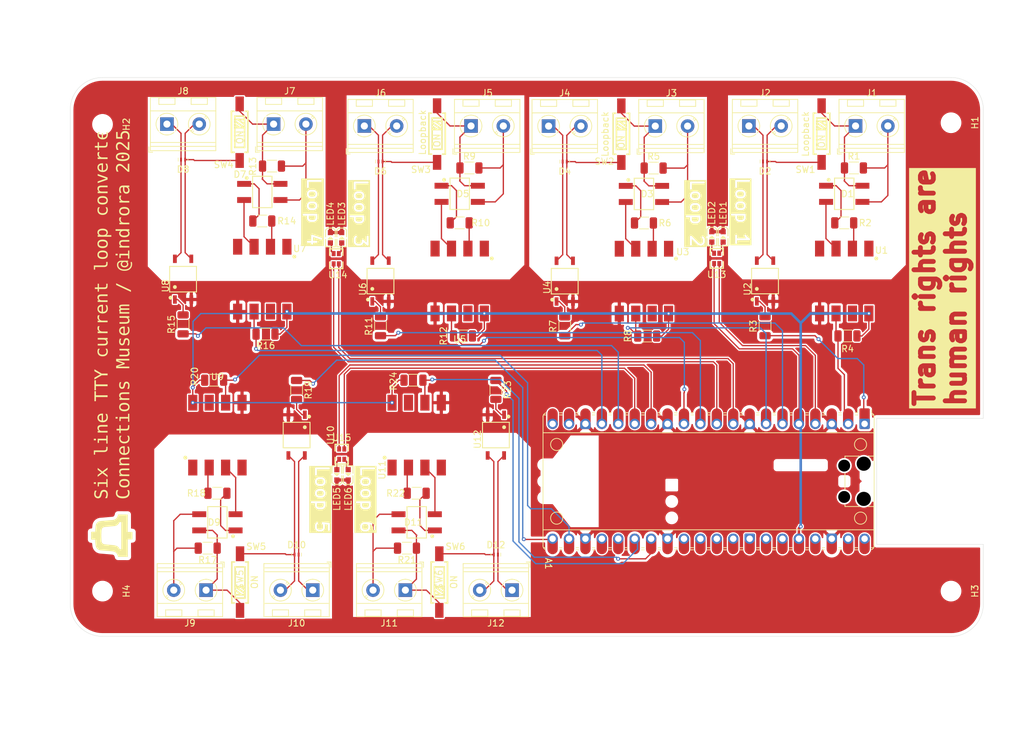
<source format=kicad_pcb>
(kicad_pcb (version 20240108) (generator "pcbnew") (generator_version "8.0")
  (layers (0 "F.Cu" signal) (31 "B.Cu" signal) (34 "B.Paste" user) (35 "F.Paste" user) (36 "B.SilkS" user "B.Silkscreen") (37 "F.SilkS" user "F.Silkscreen") (38 "B.Mask" user) (39 "F.Mask" user) (44 "Edge.Cuts" user))
  (net 0 "")
  (net 1 "ACT1")
  (net 6 "GND")
  (net 9 "VCC")
  (net 10 "ACT5")
  (net 13 "ACT4")
  (net 17 "ACT3")
  (net 21 "ACT2")
  (net 22 "ACT6")
  (net 23 "Net-(J1-Pin_2)")
  (net 24 "Net-(D1-+)")
  (net 25 "Net-(J1-Pin_1)")
  (net 26 "Net-(D1--)")
  (net 27 "Net-(D2-A)")
  (net 28 "Net-(D2-C)")
  (net 29 "Net-(J3-Pin_1)")
  (net 30 "Net-(J3-Pin_2)")
  (net 31 "Net-(D3-+)")
  (net 32 "Net-(D3--)")
  (net 33 "Net-(D4-C)")
  (net 34 "Net-(D4-A)")
  (net 35 "Net-(D5-+)")
  (net 36 "Net-(D5--)")
  (net 37 "Net-(J5-Pin_2)")
  (net 38 "Net-(J5-Pin_1)")
  (net 39 "Net-(D8-C)")
  (net 40 "Net-(D8-A)")
  (net 41 "Net-(J9-Pin_2)")
  (net 42 "Net-(J9-Pin_1)")
  (net 43 "Net-(D9--)")
  (net 44 "Net-(D9-+)")
  (net 45 "Net-(D10-A)")
  (net 46 "Net-(D10-C)")
  (net 47 "Net-(J11-Pin_2)")
  (net 48 "Net-(D11-+)")
  (net 49 "Net-(D11--)")
  (net 50 "Net-(J11-Pin_1)")
  (net 51 "Net-(D12-C)")
  (net 52 "Net-(D12-A)")
  (net 53 "Net-(LED1-A)")
  (net 54 "Net-(LED2-A)")
  (net 55 "Net-(LED3-A)")
  (net 56 "Net-(LED4-A)")
  (net 57 "Net-(LED5-A)")
  (net 58 "Net-(LED6-A)")
  (net 59 "Net-(U1-VF+)")
  (net 60 "Net-(U3-VF+)")
  (net 61 "Net-(R7-Pad2)")
  (net 62 "Net-(U5-VF+)")
  (net 63 "Net-(U9-VF+)")
  (net 64 "Net-(R19-Pad2)")
  (net 65 "Net-(U11-VF+)")
  (net 66 "Net-(R23-Pad2)")
  (net 82 "/Loop5/TO_LOOP")
  (net 83 "/Loop5/FROM_LOOP")
  (net 84 "/Loop4/FROM_LOOP")
  (net 85 "/Loop6/TO_LOOP")
  (net 86 "/Loop3/TO_LOOP")
  (net 87 "/Loop6/FROM_LOOP")
  (net 88 "/Loop2/FROM_LOOP")
  (net 89 "/Loop1/FROM_LOOP")
  (net 90 "/Loop1/TO_LOOP")
  (net 91 "/Loop4/TO_LOOP")
  (net 92 "/Loop3/FROM_LOOP")
  (net 93 "/Loop2/TO_LOOP")
  (net 94 "Net-(D6-A)")
  (net 95 "Net-(D6-C)")
  (net 96 "Net-(J7-Pin_1)")
  (net 97 "Net-(J7-Pin_2)")
  (net 98 "Net-(D7--)")
  (net 99 "Net-(D7-+)")
  (net 100 "Net-(R3-Pad2)")
  (net 101 "Net-(R11-Pad2)")
  (net 102 "Net-(U7-VF+)")
  (net 103 "Net-(R15-Pad2)")
  (footprint "TerminalBlock_RND:TerminalBlock_RND_205-00045_1x02_P5.00mm_Horizontal" (layer "F.Cu") (at 238.23 43)
    (property "Reference" "J2")
    (property "Value" "To Loop")
  )
  (footprint "Resistor_SMD:R_1206_3216Metric" (layer "F.Cu") (at 186.845 99.85 180)
    (property "Reference" "R22")
    (property "Value" "470")
  )
  (footprint "TerminalBlock_RND:TerminalBlock_RND_205-00045_1x02_P5.00mm_Horizontal" (layer "F.Cu") (at 185.095 114.85 180)
    (property "Reference" "J11")
    (property "Value" "From Loop")
  )
  (footprint "Resistor_SMD:R_1206_3216Metric" (layer "F.Cu") (at 222 58.02)
    (property "Reference" "R6")
    (property "Value" "470")
  )
  (footprint "local:SOD-882_L1.0-W0.6-BI" (layer "F.Cu") (at 168.27 109.35)
    (property "Reference" "D10")
    (property "Value" "H5VL10B")
  )
  (footprint "local:LED0603-RD" (layer "F.Cu") (at 175.25 60.3 -90)
    (property "Reference" "LED3")
    (property "Value" "KT-0603R")
  )
  (footprint "Resistor_SMD:R_1206_3216Metric" (layer "F.Cu") (at 194 75.5)
    (property "Reference" "R12")
    (property "Value" "4.7K")
  )
  (footprint "TerminalBlock_RND:TerminalBlock_RND_205-00045_1x02_P5.00mm_Horizontal" (layer "F.Cu") (at 170.77 114.85 180)
    (property "Reference" "J10")
    (property "Value" "To Loop")
  )
  (footprint "local:LED0603-RD" (layer "F.Cu") (at 176.25 97 90)
    (property "Reference" "LED6")
    (property "Value" "KT-0603R")
  )
  (footprint "local:SOD-882_L1.0-W0.6-BI" (layer "F.Cu") (at 240.73 48.5 180)
    (property "Reference" "D2")
    (property "Value" "H5VL10B")
  )
  (footprint "TerminalBlock_RND:TerminalBlock_RND_205-00045_1x02_P5.00mm_Horizontal" (layer "F.Cu") (at 195.25 43)
    (property "Reference" "J5")
    (property "Value" "From Loop")
  )
  (footprint "local:MBF_L4.8-W3.9-P2.50-LS6.7-TR" (layer "F.Cu") (at 162.9625 53.2125 90)
    (property "Reference" "D7")
    (property "Value" "MB10FH5G0NP")
  )
  (footprint "local:OPTO-SMD-8P_L9.6-W6.5-P2.54-LS10.0-BL" (layer "F.Cu") (at 222 67.02 180)
    (property "Reference" "U3")
    (property "Value" "6N139SDM")
  )
  (footprint "MountingHole:MountingHole_2.7mm_M2.5" (layer "F.Cu") (at 138.25 42.75 -90)
    (property "Reference" "H2")
    (property "Value" "MountingHole")
  )
  (footprint "local:MBF_L4.8-W3.9-P2.50-LS6.7-TR" (layer "F.Cu") (at 222 53.52 90)
    (property "Reference" "D3")
    (property "Value" "MB10FH5G0NP")
  )
  (footprint "Resistor_SMD:R_1206_3216Metric" (layer "F.Cu") (at 156.02 99.85 180)
    (property "Reference" "R18")
    (property "Value" "470")
  )
  (footprint "local:RES-ARRAY-SMD_0603-4P-L1.6-W1.6-BL" (layer "F.Cu") (at 175.25 93.8)
    (property "Reference" "U15")
    (property "Value" "YC162-FR-072K4L")
  )
  (footprint "local:LED0603-RD" (layer "F.Cu") (at 174.5 97 90)
    (property "Reference" "LED5")
    (property "Value" "KT-0603R")
  )
  (footprint "Resistor_SMD:R_1206_3216Metric" (layer "F.Cu") (at 181.25 74 90)
    (property "Reference" "R11")
    (property "Value" "470")
  )
  (footprint "Resistor_SMD:R_1206_3216Metric" (layer "F.Cu") (at 253.48 75.5)
    (property "Reference" "R4")
    (property "Value" "4.7K")
  )
  (footprint "local:SW-SMD_DSIC01LSGET" (layer "F.Cu") (at 249.48 44.25 180)
    (property "Reference" "SW1")
    (property "Value" "Loopback")
  )
  (footprint "local:SW-SMD_DSIC01LSGET" (layer "F.Cu") (at 159.4625 43.9625 180)
    (property "Reference" "SW4")
    (property "Value" "Loopback")
  )
  (footprint "Resistor_SMD:R_1206_3216Metric" (layer "F.Cu") (at 163.4625 75.2125)
    (property "Reference" "R16")
    (property "Value" "4.7K")
  )
  (footprint "local:RES-ARRAY-SMD_0603-4P-L1.6-W1.6-BL" (layer "F.Cu") (at 174.4 63.55 180)
    (property "Reference" "U14")
    (property "Value" "YC162-FR-072K4L")
  )
  (footprint "local:OPTO-SMD-8P_L9.6-W6.5-P2.54-LS10.0-BL" (layer "F.Cu") (at 156.02 90.85)
    (property "Reference" "U9")
    (property "Value" "6N139SDM")
  )
  (footprint "TerminalBlock_RND:TerminalBlock_RND_205-00045_1x02_P5.00mm_Horizontal" (layer "F.Cu") (at 254.73 43)
    (property "Reference" "J1")
    (property "Value" "From Loop")
  )
  (footprint "TerminalBlock_RND:TerminalBlock_RND_205-00045_1x02_P5.00mm_Horizontal" (layer "F.Cu") (at 148.2125 42.7125)
    (property "Reference" "J8")
    (property "Value" "To Loop")
  )
  (footprint "Resistor_SMD:R_1206_3216Metric" (layer "F.Cu") (at 186.345 82.35 180)
    (property "Reference" "R24")
    (property "Value" "4.7K")
  )
  (footprint "local:MBF_L4.8-W3.9-P2.50-LS6.7-TR" (layer "F.Cu") (at 252.98 53.5 90)
    (property "Reference" "D1")
    (property "Value" "MB10FH5G0NP")
  )
  (footprint "local:OPTO-SMD-8P_L9.6-W6.5-P2.54-LS10.0-BL" (layer "F.Cu") (at 162.9625 66.7125 180)
    (property "Reference" "U7")
    (property "Value" "6N139SDM")
  )
  (footprint "Resistor_SMD:R_1206_3216Metric" (layer "F.Cu") (at 222.5 75.52)
    (property "Reference" "R8")
    (property "Value" "4.7K")
  )
  (footprint "local:RES-ARRAY-SMD_0603-4P-L1.6-W1.6-BL" (layer "F.Cu") (at 233.25 63.5 180)
    (property "Reference" "U13")
    (property "Value" "YC162-FR-072K4L")
  )
  (footprint "Resistor_SMD:R_1206_3216Metric" (layer "F.Cu") (at 223.5 49.52)
    (property "Reference" "R5")
    (property "Value" "150R 2W")
  )
  (footprint "Resistor_SMD:R_1206_3216Metric" (layer "F.Cu") (at 209.75 74.02 90)
    (property "Reference" "R7")
    (property "Value" "470")
  )
  (footprint "TerminalBlock_RND:TerminalBlock_RND_205-00045_1x02_P5.00mm_Horizontal" (layer "F.Cu") (at 164.7125 42.7125)
    (property "Reference" "J7")
    (property "Value" "From Loop")
  )
  (footprint "MountingHole:MountingHole_2.7mm_M2.5" (layer "F.Cu") (at 269.5 42.5 -90)
    (property "Reference" "H1")
    (property "Value" "MountingHole")
  )
  (footprint "local:SOP-4_L4.4-W4.0-P2.54-LS7.0-TL" (layer "F.Cu") (at 150.7125 66.7125 90)
    (property "Reference" "U8")
    (property "Value" "GAQY211G2S")
  )
  (footprint "local:OPTO-SMD-8P_L9.6-W6.5-P2.54-LS10.0-BL" (layer "F.Cu") (at 193.5 67 180)
    (property "Reference" "U5")
    (property "Value" "6N139SDM")
  )
  (footprint "local:SOP-4_L4.4-W4.0-P2.54-LS7.0-TL" (layer "F.Cu") (at 209.75 67.02 90)
    (property "Reference" "U4")
    (property "Value" "GAQY211G2S")
  )
  (footprint "local:SW-SMD_DSIC01LSGET" (layer "F.Cu") (at 218.5 44.27 180)
    (property "Reference" "SW2")
    (property "Value" "Loopback")
  )
  (footprint "Resistor_SMD:R_1206_3216Metric" (layer "F.Cu") (at 199.095 83.85 -90)
    (property "Reference" "R23")
    (property "Value" "470")
  )
  (footprint "Resistor_SMD:R_1206_3216Metric" (layer "F.Cu") (at 155.52 82.35 180)
    (property "Reference" "R20")
    (property "Value" "4.7K")
  )
  (footprint "local:SOP-4_L4.4-W4.0-P2.54-LS7.0-TL" (layer "F.Cu") (at 181.25 67 90)
    (property "Reference" "U6")
    (property "Value" "GAQY211G2S")
  )
  (footprint "local:SOP-4_L4.4-W4.0-P2.54-LS7.0-TL" (layer "F.Cu") (at 168.27 90.85 -90)
    (property "Reference" "U10")
    (property "Value" "GAQY211G2S")
  )
  (footprint "local:OPTO-SMD-8P_L9.6-W6.5-P2.54-LS10.0-BL" (layer "F.Cu") (at 252.98 67 180)
    (property "Reference" "U1")
    (property "Value" "6N139SDM")
  )
  (footprint "Resistor_SMD:R_1206_3216Metric" (layer "F.Cu") (at 252.98 58)
    (property "Reference" "R2")
    (property "Value" "470")
  )
  (footprint "local:MBF_L4.8-W3.9-P2.50-LS6.7-TR" (layer "F.Cu") (at 156.02 104.35 -90)
    (property "Reference" "D9")
    (property "Value" "MB10FH5G0NP")
  )
  (footprint "local:SW-SMD_DSIC01LSGET" (layer "F.Cu") (at 190 44.25 180)
    (property "Reference" "SW3")
    (property "Value" "Loopback")
  )
  (footprint "Resistor_SMD:R_1206_3216Metric" (layer "F.Cu") (at 150.7125 73.7125 90)
    (property "Reference" "R15")
    (property "Value" "470")
  )
  (footprint "Resistor_SMD:R_1206_3216Metric" (layer "F.Cu") (at 154.52 108.35 180)
    (property "Reference" "R17")
    (property "Value" "150R 2W")
  )
  (footprint "Resistor_SMD:R_1206_3216Metric" (layer "F.Cu") (at 195 49.5)
    (property "Reference" "R9")
    (property "Value" "150R 2W")
  )
  (footprint "local:SW-SMD_DSIC01LSGET" (layer "F.Cu") (at 159.52 113.6)
    (property "Reference" "SW5")
    (property "Value" "Loopback")
  )
  (footprint "MountingHole:MountingHole_2.7mm_M2.5" (layer "F.Cu") (at 138.25 115 -90)
    (property "Reference" "H4")
    (property "Value" "MountingHole")
  )
  (footprint "TerminalBlock_RND:TerminalBlock_RND_205-00045_1x02_P5.00mm_Horizontal" (layer "F.Cu") (at 154.27 114.85 180)
    (property "Reference" "J9")
    (property "Value" "From Loop")
  )
  (footprint "Resistor_SMD:R_1206_3216Metric" (layer "F.Cu") (at 193.5 58)
    (property "Reference" "R10")
    (property "Value" "470")
  )
  (footprint "TerminalBlock_RND:TerminalBlock_RND_205-00045_1x02_P5.00mm_Horizontal" (layer "F.Cu") (at 201.595 114.85 180)
    (property "Reference" "J12")
    (property "Value" "To Loop")
  )
  (footprint "local:LED0603-RD" (layer "F.Cu") (at 173.5 60.3 -90)
    (property "Reference" "LED4")
    (property "Value" "KT-0603R")
  )
  (footprint "Resistor_SMD:R_1206_3216Metric" (layer "F.Cu") (at 240.73 74 90)
    (property "Reference" "R3")
    (property "Value" "470")
  )
  (footprint "Resistor_SMD:R_1206_3216Metric" (layer "F.Cu") (at 162.9625 57.7125)
    (property "Reference" "R14")
    (property "Value" "470")
  )
  (footprint "local:SOD-882_L1.0-W0.6-BI" (layer "F.Cu") (at 209.75 48.52 180)
    (property "Reference" "D4")
    (property "Value" "H5VL10B")
  )
  (footprint "Resistor_SMD:R_1206_3216Metric" (layer "F.Cu") (at 164.4625 49.2125)
    (property "Reference" "R13")
    (property "Value" "150R 2W")
  )
  (footprint "local:SOP-4_L4.4-W4.0-P2.54-LS7.0-TL" (layer "F.Cu") (at 199.095 90.85 -90)
    (property "Reference" "U12")
    (property "Value" "GAQY211G2S")
  )
  (footprint "Resistor_SMD:R_1206_3216Metric" (layer "F.Cu") (at 254.48 49.5)
    (property "Reference" "R1")
    (property "Value" "150R 2W")
  )
  (footprint "local:SW-SMD_DSIC01LSGET" (layer "F.Cu") (at 190.345 113.6)
    (property "Reference" "SW6")
    (property "Value" "Loopback")
  )
  (footprint "local:LED0603-RD" (layer "F.Cu") (at 234.25 60.17 -90)
    (property "Reference" "LED1")
    (property "Value" "KT-0603R")
  )
  (footprint "local:SOD-882_L1.0-W0.6-BI" (layer "F.Cu") (at 199.095 109.35)
    (property "Reference" "D12")
    (property "Value" "H5VL10B")
  )
  (footprint "local:OPTO-SMD-8P_L9.6-W6.5-P2.54-LS10.0-BL" (layer "F.Cu") (at 186.845 90.85)
    (property "Reference" "U11")
    (property "Value" "6N139SDM")
  )
  (footprint "Resistor_SMD:R_1206_3216Metric" (layer "F.Cu") (at 185.345 108.35 180)
    (property "Reference" "R21")
    (property "Value" "150R 2W")
  )
  (footprint "local:MBF_L4.8-W3.9-P2.50-LS6.7-TR" (layer "F.Cu") (at 186.845 104.35 -90)
    (property "Reference" "D11")
    (property "Value" "MB10FH5G0NP")
  )
  (footprint "TerminalBlock_RND:TerminalBlock_RND_205-00045_1x02_P5.00mm_Horizontal" (layer "F.Cu") (at 207.25 43.02)
    (property "Reference" "J4")
    (property "Value" "To Loop")
  )
  (footprint "MountingHole:MountingHole_2.7mm_M2.5" (layer "F.Cu") (at 269.5 115 -90)
    (property "Reference" "H3")
    (property "Value" "MountingHole")
  )
  (footprint "local:LED0603-RD" (layer "F.Cu") (at 232.5 60.17 -90)
    (property "Reference" "LED2")
    (property "Value" "KT-0603R")
  )
  (footprint "local:SOD-882_L1.0-W0.6-BI" (layer "F.Cu") (at 150.7125 48.2125 180)
    (property "Reference" "D8")
    (property "Value" "H5VL10B")
  )
  (footprint "local:SOD-882_L1.0-W0.6-BI" (layer "F.Cu") (at 181.25 48.5 180)
    (property "Reference" "D6")
    (property "Value" "H5VL10B")
  )
  (footprint "local:SOP-4_L4.4-W4.0-P2.54-LS7.0-TL" (layer "F.Cu") (at 240.73 67 90)
    (property "Reference" "U2")
    (property "Value" "GAQY211G2S")
  )
  (footprint "Resistor_SMD:R_1206_3216Metric" (layer "F.Cu") (at 168.27 83.85 -90)
    (property "Reference" "R19")
    (property "Value" "470")
  )
  (footprint "Module_RaspberryPi_Pico:RaspberryPi_Pico_Common" (layer "F.Cu") (at 232 98 -90)
    (property "Reference" "A1")
    (property "Value" "RaspberryPi_Pico")
  )
  (footprint "local:MBF_L4.8-W3.9-P2.50-LS6.7-TR" (layer "F.Cu") (at 193.5 53.5 90)
    (property "Reference" "D5")
    (property "Value" "MB10FH5G0NP")
  )
  (footprint "TerminalBlock_RND:TerminalBlock_RND_205-00045_1x02_P5.00mm_Horizontal" (layer "F.Cu") (at 223.75 43.02)
    (property "Reference" "J3")
    (property "Value" "From Loop")
  )
  (footprint "TerminalBlock_RND:TerminalBlock_RND_205-00045_1x02_P5.00mm_Horizontal" (layer "F.Cu") (at 178.75 43)
    (property "Reference" "J6")
    (property "Value" "To Loop")
  )
  (gr_poly (pts (xy 142.167348 103.138471) (xy 142.167348 103.141214) (xy 140.674213 103.138471)) (stroke (width -0.000001)) (fill solid) (layer "F.SilkS"))
  (gr_poly (pts (xy 137.568415 104.292542) (xy 137.573554 104.289197) (xy 137.564736 104.295026)) (stroke (width -0.000001)) (fill solid) (layer "F.SilkS"))
  (gr_poly (pts (xy 137.557393 104.29988) (xy 137.564736 104.295026) (xy 137.557547 104.29988) (xy 137.547604 104.306838)) (stroke (width -0.000001)) (fill solid) (layer "F.SilkS"))
  (gr_poly (pts (xy 137.579321 104.285384) (xy 137.590488 104.278412) (xy 137.60179 104.271628) (xy 137.590536 104.278412) (xy 137.579412 104.285384) (xy 137.573554 104.289197)) (stroke (width -0.000001)) (fill solid) (layer "F.SilkS"))
  (gr_poly (pts (xy 137.455854 104.382326) (xy 137.475081 104.364615) (xy 137.494849 104.347483) (xy 137.515157 104.330962) (xy 137.536005 104.315083) (xy 137.54617 104.307858) (xy 137.536198 104.315083) (xy 137.525716 104.32294) (xy 137.515363 104.330961) (xy 137.495042 104.347483) (xy 137.475236 104.364615) (xy 137.455944 104.382326) (xy 137.437167 104.400583)) (stroke (width -0.000001)) (fill solid) (layer "F.SilkS"))
  (gr_poly (pts (xy 137.126999 105.805371) (xy 137.135273 105.588145) (xy 137.149978 105.333107) (xy 137.168284 105.085786) (xy 137.177903 104.979247) (xy 137.187361 104.89171) (xy 137.192692 104.853157) (xy 137.199397 104.81569) (xy 137.207437 104.779299) (xy 137.216771 104.743978) (xy 137.227358 104.709717) (xy 137.23916 104.67651) (xy 137.252135 104.644347) (xy 137.266244 104.613222) (xy 137.281445 104.583125) (xy 137.2977 104.55405) (xy 137.314967 104.525987) (xy 137.333208 104.498929) (xy 137.35238 104.472867) (xy 137.372445 104.447795) (xy 137.393362 104.423703) (xy 137.415091 104.400583) (xy 137.433868 104.382326) (xy 137.45316 104.364615) (xy 137.472966 104.347483) (xy 137.493287 104.330961) (xy 137.50364 104.32294) (xy 137.514122 104.315083) (xy 137.524732 104.307395) (xy 137.535471 104.29988) (xy 137.546339 104.292542) (xy 137.557336 104.285384) (xy 137.568461 104.278412) (xy 137.579714 104.271628) (xy 137.602023 104.258637) (xy 137.624685 104.24641) (xy 137.64767 104.234938) (xy 137.670943 104.224213) (xy 137.694474 104.214229) (xy 137.718229 104.204975) (xy 137.742178 104.196445) (xy 137.766287 104.188631) (xy 137.790525 104.181524) (xy 137.81486 104.175116) (xy 137.839259 104.169399) (xy 137.86369 104.164366) (xy 137.88812 104.160008) (xy 137.912519 104.156317) (xy 137.936854 104.153285) (xy 137.961092 104.150904) (xy 139.75 104) (xy 139.822634 103.99608) (xy 139.891413 103.987611) (xy 139.956434 103.974901) (xy 140.017798 103.958254) (xy 140.075602 103.937979) (xy 140.129947 103.91438) (xy 140.18093 103.887766) (xy 140.228652 103.858441) (xy 140.27321 103.826713) (xy 140.314705 103.792888) (xy 140.353234 103.757272) (xy 140.388897 103.720172) (xy 140.421793 103.681895) (xy 140.452021 103.642747) (xy 140.479679 103.603033) (xy 140.504868 103.563062) (xy 140.548229 103.483571) (xy 140.582898 103.406724) (xy 140.609665 103.334973) (xy 140.629321 103.27077) (xy 140.64266 103.216567) (xy 140.650473 103.174815) (xy 140.653551 103.147966) (xy 140.652686 103.138471) (xy 142.145272 103.141215) (xy 142.14829 105.846527) (xy 142.880865 105.846527) (xy 142.880865 106.99066) (xy 142.14829 106.996147) (xy 142.164752 109.698716) (xy 141.152319 109.696879) (xy 141.152319 108.527145) (xy 141.152319 104.312784) (xy 140.891664 104.31004) (xy 140.866829 104.36126) (xy 140.841667 104.409518) (xy 140.816191 104.454908) (xy 140.790413 104.497525) (xy 140.764347 104.53746) (xy 140.738004 104.574808) (xy 140.711397 104.609663) (xy 140.684539 104.642117) (xy 140.657442 104.672264) (xy 140.630119 104.700197) (xy 140.602582 104.726011) (xy 140.574845 104.749797) (xy 140.546918 104.771651) (xy 140.518816 104.791665) (xy 140.490551 104.809932) (xy 140.462134 104.826547) (xy 140.43358 104.841602) (xy 140.404899 104.855191) (xy 140.376106 104.867408) (xy 140.347212 104.878345) (xy 140.289172 104.896757) (xy 140.230881 104.911173) (xy 140.172439 104.922343) (xy 140.113946 104.931012) (xy 139.99721 104.943841) (xy 138.61986 105.072796) (xy 138.587286 105.075055) (xy 138.55592 105.078713) (xy 138.525745 105.083724) (xy 138.496746 105.09004) (xy 138.468909 105.097615) (xy 138.442219 105.1064) (xy 138.416659 105.116348) (xy 138.392217 105.127413) (xy 138.368875 105.139547) (xy 138.34662 105.152703) (xy 138.325435 105.166833) (xy 138.305307 105.181891) (xy 138.28622 105.197829) (xy 138.268158 105.2146) (xy 138.251107 105.232157) (xy 138.235053 105.250452) (xy 138.219978 105.269438) (xy 138.20587 105.289069) (xy 138.192712 105.309297) (xy 138.180489 105.330074) (xy 138.169187 105.351353) (xy 138.15879 105.373088) (xy 138.140651 105.417734) (xy 138.125953 105.463633) (xy 138.114575 105.510409) (xy 138.106396 105.557684) (xy 138.101296 105.605079) (xy 138.086891 105.808757) (xy 138.076602 106.012178) (xy 138.070429 106.215085) (xy 138.068371 106.417221) (xy 138.070429 106.620899) (xy 138.076602 106.824321) (xy 138.086891 107.027228) (xy 138.101296 107.229363) (xy 138.103412 107.273382) (xy 138.108836 107.31773) (xy 138.117724 107.36203) (xy 138.130234 107.405905) (xy 138.146521 107.448975) (xy 138.156131 107.470091) (xy 138.166743 107.490864) (xy 138.178379 107.511247) (xy 138.191057 107.531193) (xy 138.204797 107.550655) (xy 138.219619 107.569585) (xy 138.235542 107.587936) (xy 138.252586 107.605662) (xy 138.27077 107.622714) (xy 138.290115 107.639046) (xy 138.310638 107.65461) (xy 138.332362 107.66936) (xy 138.355304 107.683247) (xy 138.379484 107.696225) (xy 138.404922 107.708246) (xy 138.431638 107.719264) (xy 138.459651 107.729231) (xy 138.488981 107.738099) (xy 138.519647 107.745822) (xy 138.551669 107.752352) (xy 138.585067 107.757643) (xy 138.61986 107.761646) (xy 139.978004 107.887857) (xy 140.052578 107.896442) (xy 140.123069 107.907666) (xy 140.189591 107.921337) (xy 140.252259 107.937266) (xy 140.311185 107.95526) (xy 140.366482 107.975128) (xy 140.418266 107.996681) (xy 140.466648 108.019727) (xy 140.511744 108.044076) (xy 140.553665 108.069535) (xy 140.592527 108.095915) (xy 140.628442 108.123024) (xy 140.661524 108.150672) (xy 140.691887 108.178668) (xy 140.744909 108.234938) (xy 140.788418 108.290308) (xy 140.823321 108.343251) (xy 140.850527 108.392239) (xy 140.870945 108.435745) (xy 140.902914 108.524401) (xy 141.152319 108.527145) (xy 141.152319 109.696879) (xy 140.652686 109.695973) (xy 140.640575 109.636866) (xy 140.626816 109.580404) (xy 140.611471 109.52653) (xy 140.594599 109.475188) (xy 140.576262 109.426323) (xy 140.55652 109.379876) (xy 140.535436 109.335793) (xy 140.513069 109.294017) (xy 140.48948 109.254491) (xy 140.464732 109.21716) (xy 140.438883 109.181968) (xy 140.411996 109.148857) (xy 140.384132 109.117771) (xy 140.35535 109.088655) (xy 140.325713 109.061453) (xy 140.295281 109.036107) (xy 140.264116 109.012561) (xy 140.232277 108.99076) (xy 140.199826 108.970647) (xy 140.166824 108.952166) (xy 140.099411 108.919873) (xy 140.030525 108.893433) (xy 139.960653 108.872394) (xy 139.890283 108.856307) (xy 139.819903 108.844721) (xy 139.75 108.837187) (xy 137.961091 108.686282) (xy 137.917717 108.682241) (xy 137.875566 108.676335) (xy 137.83464 108.668625) (xy 137.794941 108.659177) (xy 137.756469 108.648052) (xy 137.719226 108.635315) (xy 137.683215 108.621029) (xy 137.648435 108.605256) (xy 137.61489 108.588061) (xy 137.58258 108.569506) (xy 137.551507 108.549655) (xy 137.521672 108.528571) (xy 137.493077 108.506318) (xy 137.465724 108.482958) (xy 137.439613 108.458555) (xy 137.414747 108.433173) (xy 137.391127 108.406874) (xy 137.368754 108.379723) (xy 137.327757 108.323113) (xy 137.291768 108.263851) (xy 137.260799 108.202443) (xy 137.234861 108.139395) (xy 137.213968 108.075214) (xy 137.19813 108.010405) (xy 137.187361 107.945476) (xy 137.158991 107.698921) (xy 137.140461 107.497863) (xy 137.129775 107.338411) (xy 137.124941 107.216674) (xy 137.124255 107.029072) (xy 136.482224 107.020841) (xy 136.482224 105.813602)) (stroke (width -0.000001)) (fill solid) (layer "F.SilkS"))
  (gr_poly (pts (xy 137.546808 104.307395) (xy 137.547604 104.306838) (xy 137.54617 104.307858)) (stroke (width -0.000001)) (fill solid) (layer "F.SilkS"))
  (gr_line (start 274.5 107.75) (end 274.5 117) (stroke (width 0.05)) (layer "Edge.Cuts"))
  (gr_arc (start 133.25 40.5) (mid 134.714466 36.964466) (end 138.25 35.5) (stroke (width 0.05)) (layer "Edge.Cuts"))
  (gr_line (start 138.25 35.5) (end 269.5 35.5) (stroke (width 0.05)) (layer "Edge.Cuts"))
  (gr_line (start 274.5 88.25) (end 258.5 88.25) (stroke (width 0.05)) (layer "Edge.Cuts"))
  (gr_line (start 133.25 117) (end 133.25 40.5) (stroke (width 0.05)) (layer "Edge.Cuts"))
  (gr_arc (start 274.5 117) (mid 273.035534 120.535534) (end 269.5 122) (stroke (width 0.05)) (layer "Edge.Cuts"))
  (gr_line (start 258 107.75) (end 274.5 107.75) (stroke (width 0.05)) (layer "Edge.Cuts"))
  (gr_line (start 258 88.25) (end 258 107.75) (stroke (width 0.05)) (layer "Edge.Cuts"))
  (gr_arc (start 269.5 35.5) (mid 273.035534 36.964466) (end 274.5 40.5) (stroke (width 0.05)) (layer "Edge.Cuts"))
  (gr_arc (start 138.25 122) (mid 134.714466 120.535534) (end 133.25 117) (stroke (width 0.05)) (layer "Edge.Cuts"))
  (gr_line (start 274.5 40.5) (end 274.5 88.25) (stroke (width 0.05)) (layer "Edge.Cuts"))
  (gr_line (start 258.5 88.25) (end 258 88.25) (stroke (width 0.05)) (layer "Edge.Cuts"))
  (gr_line (start 269.5 122) (end 138.25 122) (stroke (width 0.05)) (layer "Edge.Cuts"))
  (gr_text "Six line TTY current loop converter\nConnections Museum / @indrora 2025" (at 142.733935 100.826547 90) (layer "F.SilkS") (effects (font (size 2 2) (thickness 0.25)) (justify left bottom)))
  (gr_text " Loop 6" (at 178 100 -90) (layer "F.SilkS" knockout) (effects (font (size 2 2) (thickness 0.3)) (justify bottom)))
  (gr_text " Loop 4" (at 169.75 55.5 -90) (layer "F.SilkS" knockout) (effects (font (size 2 2) (thickness 0.3)) (justify bottom)))
  (gr_text " Loop 3" (at 177 55.75 -90) (layer "F.SilkS" knockout) (effects (font (size 2 2) (thickness 0.3)) (justify bottom)))
  (gr_text " Loop 5" (at 171 100 -90) (layer "F.SilkS" knockout) (effects (font (size 2 2) (thickness 0.3)) (justify bottom)))
  (gr_text " Loop 1 " (at 236 56.25 -90) (layer "F.SilkS" knockout) (effects (font (size 2 2) (thickness 0.3)) (justify bottom)))
  (gr_text " Loop 2" (at 229 55.75 -90) (layer "F.SilkS" knockout) (effects (font (size 2 2) (thickness 0.3)) (justify bottom)))
  (gr_text "Trans rights are\nhuman rights" (at 272 86.75 90) (layer "F.SilkS" knockout) (effects (font (size 3 3) (thickness 0.75) (bold yes)) (justify left bottom)))
  (segment (start 237.25 77) (end 247 77) (width 0.2) (layer "F.Cu") (net 1))
  (segment (start 247 77) (end 248.51 78.51) (width 0.2) (layer "F.Cu") (net 1))
  (segment (start 233.65 73.4) (end 237.25 77) (width 0.2) (layer "F.Cu") (net 1))
  (segment (start 248.51 78.51) (end 248.51 89.11) (width 0.2) (layer "F.Cu") (net 1))
  (segment (start 233.65 64.3) (end 233.65 73.4) (width 0.2) (layer "F.Cu") (net 1))
  (segment (start 152.21 85.83) (end 152.21 83.5) (width 0.2) (layer "F.Cu") (net 9))
  (segment (start 225.81 74.46) (end 224.75 75.52) (width 0.2) (layer "F.Cu") (net 9))
  (segment (start 255.73 75.5) (end 254.9425 75.5) (width 0.2) (layer "F.Cu") (net 9))
  (segment (start 152.21 83.41) (end 153.27 82.35) (width 0.2) (layer "F.Cu") (net 9))
  (segment (start 197.31 74.44) (end 196.25 75.5) (width 0.2) (layer "F.Cu") (net 9))
  (segment (start 256.79 72.02) (end 256.79 74.44) (width 0.2) (layer "F.Cu") (net 9))
  (segment (start 183.035 83.41) (end 184.095 82.35) (width 0.2) (layer "F.Cu") (net 9))
  (segment (start 152.21 83.5) (end 152.21 83.41) (width 0.2) (layer "F.Cu") (net 9))
  (segment (start 196.25 75.5) (end 195.4625 75.5) (width 0.2) (layer "F.Cu") (net 9))
  (segment (start 166.7725 74.1525) (end 165.7125 75.2125) (width 0.2) (layer "F.Cu") (net 9))
  (segment (start 166.7725 71.7325) (end 166.7725 74.1525) (width 0.2) (layer "F.Cu") (net 9))
  (segment (start 197.31 72.02) (end 197.31 74.44) (width 0.2) (layer "F.Cu") (net 9))
  (segment (start 224.75 75.52) (end 223.9625 75.52) (width 0.2) (layer "F.Cu") (net 9))
  (segment (start 245.97 106.89) (end 245.97 105.28) (width 0.4) (layer "F.Cu") (net 9))
  (segment (start 183.035 85.83) (end 183.035 83.41) (width 0.2) (layer "F.Cu") (net 9))
  (segment (start 165.7125 75.2125) (end 164.925 75.2125) (width 0.2) (layer "F.Cu") (net 9))
  (segment (start 184.095 82.35) (end 184.8825 82.35) (width 0.2) (layer "F.Cu") (net 9))
  (segment (start 256.79 74.44) (end 255.73 75.5) (width 0.2) (layer "F.Cu") (net 9))
  (segment (start 245.97 105.28) (end 246.25 105) (width 0.4) (layer "F.Cu") (net 9))
  (segment (start 153.27 82.35) (end 154.0575 82.35) (width 0.2) (layer "F.Cu") (net 9))
  (segment (start 225.81 72.04) (end 225.81 74.46) (width 0.2) (layer "F.Cu") (net 9))
  (via (at 197.31 72.02) (size 0.6) (drill 0.3) (layers "F.Cu" "B.Cu") (net 9))
  (via (at 152.21 83.5) (size 0.6) (drill 0.3) (layers "F.Cu" "B.Cu") (net 9))
  (via (at 256.79 72.02) (size 0.6) (drill 0.3) (layers "F.Cu" "B.Cu") (net 9))
  (via (at 225.81 72.04) (size 0.6) (drill 0.3) (layers "F.Cu" "B.Cu") (net 9))
  (via (at 183.035 85.83) (size 0.6) (drill 0.3) (layers "F.Cu" "B.Cu") (net 9))
  (via (at 246.25 105) (size 0.6) (drill 0.3) (layers "F.Cu" "B.Cu") (net 9))
  (via (at 166.7725 71.7325) (size 0.6) (drill 0.3) (layers "F.Cu" "B.Cu") (net 9))
  (via (at 152.21 85.83) (size 0.6) (drill 0.3) (layers "F.Cu" "B.Cu") (net 9))
  (segment (start 153.46 72.04) (end 152.25 73.25) (width 0.2) (layer "B.Cu") (net 9))
  (segment (start 197.33 72.04) (end 197.31 72.02) (width 0.2) (layer "B.Cu") (net 9))
  (segment (start 152.25 73.25) (end 152.25 83.46) (width 0.2) (layer "B.Cu") (net 9))
  (segment (start 226.98 72.02) (end 197.75 72.02) (width 0.4) (layer "B.Cu") (net 9))
  (segment (start 152.21 85.83) (end 183.035 85.83) (width 0.2) (layer "B.Cu") (net 9))
  (segment (start 197.75 72.02) (end 197.31 72.02) (width 0.4) (layer "B.Cu") (net 9))
  (segment (start 167.08 72.04) (end 166.7725 71.7325) (width 0.2) (layer "B.Cu") (net 9))
  (segment (start 167.5 72.04) (end 167.08 72.04) (width 0.2) (layer "B.Cu") (net 9))
  (segment (start 227 72.04) (end 225.81 72.04) (width 0.4) (layer "B.Cu") (net 9))
  (segment (start 246.25 73.5) (end 247.73 72.02) (width 0.4) (layer "B.Cu") (net 9))
  (segment (start 246.25 73.5) (end 244.79 72.04) (width 0.4) (layer "B.Cu") (net 9))
  (segment (start 197.75 72.02) (end 167.06 72.02) (width 0.4) (layer "B.Cu") (net 9))
  (segment (start 244.79 72.04) (end 227 72.04) (width 0.4) (layer "B.Cu") (net 9))
  (segment (start 167.5 72.04) (end 153.46 72.04) (width 0.2) (layer "B.Cu") (net 9))
  (segment (start 247.73 72.02) (end 256.79 72.02) (width 0.4) (layer "B.Cu") (net 9))
  (segment (start 198.25 72.04) (end 197.33 72.04) (width 0.2) (layer "B.Cu") (net 9))
  (segment (start 167.06 72.02) (end 166.7725 71.7325) (width 0.4) (layer "B.Cu") (net 9))
  (segment (start 246.25 105) (end 246.25 73.5) (width 0.4) (layer "B.Cu") (net 9))
  (segment (start 227 72.04) (end 226.98 72.02) (width 0.4) (layer "B.Cu") (net 9))
  (segment (start 152.25 83.46) (end 152.21 83.5) (width 0.2) (layer "B.Cu") (net 9))
  (segment (start 176.5 80) (end 222 80) (width 0.2) (layer "F.Cu") (net 10))
  (segment (start 223.11 81.11) (end 223.11 89.11) (width 0.2) (layer "F.Cu") (net 10))
  (segment (start 174.85 81.65) (end 176.5 80) (width 0.2) (layer "F.Cu") (net 10))
  (segment (start 174.85 93) (end 174.85 81.65) (width 0.2) (layer "F.Cu") (net 10))
  (segment (start 222 80) (end 223.11 81.11) (width 0.2) (layer "F.Cu") (net 10))
  (segment (start 176.25 79.5) (end 232.75 79.5) (width 0.2) (layer "F.Cu") (net 13))
  (segment (start 233.27 80.02) (end 233.27 89.11) (width 0.2) (layer "F.Cu") (net 13))
  (segment (start 232.75 79.5) (end 233.27 80.02) (width 0.2) (layer "F.Cu") (net 13))
  (segment (start 174 77.25) (end 176.25 79.5) (width 0.2) (layer "F.Cu") (net 13))
  (segment (start 174 64.35) (end 174 77.25) (width 0.2) (layer "F.Cu") (net 13))
  (segment (start 174.8 77.3) (end 176.5 79) (width 0.2) (layer "F.Cu") (net 17))
  (segment (start 235.81 79.81) (end 235.81 89.11) (width 0.2) (layer "F.Cu") (net 17))
  (segment (start 176.5 79) (end 235 79) (width 0.2) (layer "F.Cu") (net 17))
  (segment (start 235 79) (end 235.81 79.81) (width 0.2) (layer "F.Cu") (net 17))
  (segment (start 174.8 77.3) (end 174.8 64.35) (width 0.2) (layer "F.Cu") (net 17))
  (segment (start 246 78.5) (end 246 89.08) (width 0.2) (layer "F.Cu") (net 21))
  (segment (start 232.85 64.3) (end 232.85 73.6) (width 0.2) (layer "F.Cu") (net 21))
  (segment (start 245 77.5) (end 246 78.5) (width 0.2) (layer "F.Cu") (net 21))
  (segment (start 232.85 73.6) (end 236.75 77.5) (width 0.2) (layer "F.Cu") (net 21))
  (segment (start 236.75 77.5) (end 245 77.5) (width 0.2) (layer "F.Cu") (net 21))
  (segment (start 219 80.5) (end 176.565686 80.5) (width 0.2) (layer "F.Cu") (net 22))
  (segment (start 176.565686 80.5) (end 175.65 81.415686) (width 0.2) (layer "F.Cu") (net 22))
  (segment (start 175.65 81.415686) (end 175.65 93) (width 0.2) (layer "F.Cu") (net 22))
  (segment (start 220.57 82.07) (end 219 80.5) (width 0.2) (layer "F.Cu") (net 22))
  (segment (start 220.57 89.11) (end 220.57 82.07) (width 0.2) (layer "F.Cu") (net 22))
  (segment (start 259.23 49.5) (end 259.73 49) (width 0.2) (layer "F.Cu") (net 23))
  (segment (start 258.73 54.75) (end 255.79 54.75) (width 0.2) (layer "F.Cu") (net 23))
  (segment (start 255.9425 49.5) (end 259.23 49.5) (width 0.2) (layer "F.Cu") (net 23))
  (segment (start 259.73 53.75) (end 258.73 54.75) (width 0.2) (layer "F.Cu") (net 23))
  (segment (start 259.73 43) (end 259.73 49) (width 0.2) (layer "F.Cu") (net 23))
  (segment (start 259.73 49) (end 259.73 53.75) (width 0.2) (layer "F.Cu") (net 23))
  (segment (start 250.17 52.25) (end 251.73 52.25) (width 0.2) (layer "F.Cu") (net 24))
  (segment (start 252.48 57.0375) (end 251.5175 58) (width 0.2) (layer "F.Cu") (net 24))
  (segment (start 252.48 53) (end 252.48 57.0375) (width 0.2) (layer "F.Cu") (net 24))
  (segment (start 251.73 52.25) (end 252.48 53) (width 0.2) (layer "F.Cu") (net 24))
  (segment (start 253.0175 51.4625) (end 253.0175 49.5) (width 0.2) (layer "F.Cu") (net 25))
  (segment (start 251.48 43) (end 254.73 43) (width 0.2) (layer "F.Cu") (net 25))
  (segment (start 249.48 39.62) (end 249.48 41) (width 0.2) (layer "F.Cu") (net 25))
  (segment (start 253.0175 44.7125) (end 254.73 43) (width 0.2) (layer "F.Cu") (net 25))
  (segment (start 255.79 52.25) (end 253.73 52.25) (width 0.2) (layer "F.Cu") (net 25))
  (segment (start 252.98 51.5) (end 253.0175 51.4625) (width 0.2) (layer "F.Cu") (net 25))
  (segment (start 249.48 41) (end 251.48 43) (width 0.2) (layer "F.Cu") (net 25))
  (segment (start 253.73 52.25) (end 252.98 51.5) (width 0.2) (layer "F.Cu") (net 25))
  (segment (start 253.0175 49.5) (end 253.0175 44.7125) (width 0.2) (layer "F.Cu") (net 25))
  (segment (start 250.155 54.765) (end 250.155 60.425) (width 0.2) (layer "F.Cu") (net 26))
  (segment (start 250.155 60.425) (end 251.71 61.98) (width 0.2) (layer "F.Cu") (net 26))
  (segment (start 240.41 62.9) (end 239.46 63.85) (width 0.2) (layer "F.Cu") (net 27))
  (segment (start 238.98 43) (end 240.41 44.43) (width 0.2) (layer "F.Cu") (net 27))
  (segment (start 240.41 48.5) (end 240.41 62.9) (width 0.2) (layer "F.Cu") (net 27))
  (segment (start 240.41 44.43) (end 240.41 48.5) (width 0.2) (layer "F.Cu") (net 27))
  (segment (start 242.35 48.5) (end 242.48 48.63) (width 0.2) (layer "F.Cu") (net 28))
  (segment (start 241.05 48.5) (end 241.05 62.9) (width 0.2) (layer "F.Cu") (net 28))
  (segment (start 241.05 48.5) (end 242.35 48.5) (width 0.2) (layer "F.Cu") (net 28))
  (segment (start 242.48 48.63) (end 249.48 48.63) (width 0.2) (layer "F.Cu") (net 28))
  (segment (start 241.05 44.43) (end 241.05 48.5) (width 0.2) (layer "F.Cu") (net 28))
  (segment (start 241.05 62.9) (end 242 63.85) (width 0.2) (layer "F.Cu") (net 28))
  (segment (start 242.48 43) (end 241.05 44.43) (width 0.2) (layer "F.Cu") (net 28))
  (segment (start 218.5 41.02) (end 220.5 43.02) (width 0.2) (layer "F.Cu") (net 29))
  (segment (start 222.0375 44.7325) (end 223.75 43.02) (width 0.2) (layer "F.Cu") (net 29))
  (segment (start 222.0375 51.4825) (end 222.0375 49.52) (width 0.2) (layer "F.Cu") (net 29))
  (segment (start 222.0375 49.52) (end 222.0375 44.7325) (width 0.2) (layer "F.Cu") (net 29))
  (segment (start 218.5 39.64) (end 218.5 41.02) (width 0.2) (layer "F.Cu") (net 29))
  (segment (start 222 51.52) (end 222.0375 51.4825) (width 0.2) (layer "F.Cu") (net 29))
  (segment (start 224.81 52.27) (end 222.75 52.27) (width 0.2) (layer "F.Cu") (net 29))
  (segment (start 222.75 52.27) (end 222 51.52) (width 0.2) (layer "F.Cu") (net 29))
  (segment (start 220.5 43.02) (end 223.75 43.02) (width 0.2) (layer "F.Cu") (net 29))
  (segment (start 228.25 49.52) (end 228.75 49.02) (width 0.2) (layer "F.Cu") (net 30))
  (segment (start 228.75 53.77) (end 227.75 54.77) (width 0.2) (layer "F.Cu") (net 30))
  (segment (start 228.75 49.02) (end 228.75 53.77) (width 0.2) (layer "F.Cu") (net 30))
  (segment (start 227.75 54.77) (end 224.81 54.77) (width 0.2) (layer "F.Cu") (net 30))
  (segment (start 224.9625 49.52) (end 228.25 49.52) (width 0.2) (layer "F.Cu") (net 30))
  (segment (start 228.75 43.02) (end 228.75 49.02) (width 0.2) (layer "F.Cu") (net 30))
  (segment (start 220.75 52.27) (end 221.5 53.02) (width 0.2) (layer "F.Cu") (net 31))
  (segment (start 219.19 52.27) (end 220.75 52.27) (width 0.2) (layer "F.Cu") (net 31))
  (segment (start 221.5 53.02) (end 221.5 57.0575) (width 0.2) (layer "F.Cu") (net 31))
  (segment (start 221.5 57.0575) (end 220.5375 58.02) (width 0.2) (layer "F.Cu") (net 31))
  (segment (start 219.175 60.445) (end 220.73 62) (width 0.2) (layer "F.Cu") (net 32))
  (segment (start 219.175 54.785) (end 219.175 60.445) (width 0.2) (layer "F.Cu") (net 32))
  (segment (start 211.37 48.52) (end 211.5 48.65) (width 0.2) (layer "F.Cu") (net 33))
  (segment (start 211.5 43.02) (end 210.07 44.45) (width 0.2) (layer "F.Cu") (net 33))
  (segment (start 211.5 48.65) (end 218.5 48.65) (width 0.2) (layer "F.Cu") (net 33))
  (segment (start 210.07 62.92) (end 211.02 63.87) (width 0.2) (layer "F.Cu") (net 33))
  (segment (start 210.07 48.52) (end 210.07 62.92) (width 0.2) (layer "F.Cu") (net 33))
  (segment (start 210.07 48.52) (end 211.37 48.52) (width 0.2) (layer "F.Cu") (net 33))
  (segment (start 210.07 44.45) (end 210.07 48.52) (width 0.2) (layer "F.Cu") (net 33))
  (segment (start 209.43 48.52) (end 209.43 62.92) (width 0.2) (layer "F.Cu") (net 34))
  (segment (start 209.43 44.45) (end 209.43 48.52) (width 0.2) (layer "F.Cu") (net 34))
  (segment (start 209.43 62.92) (end 208.48 63.87) (width 0.2) (layer "F.Cu") (net 34))
  (segment (start 208 43.02) (end 209.43 44.45) (width 0.2) (layer "F.Cu") (net 34))
  (segment (start 193 53) (end 193 57.0375) (width 0.2) (layer "F.Cu") (net 35))
  (segment (start 193 57.0375) (end 192.0375 58) (width 0.2) (layer "F.Cu") (net 35))
  (segment (start 190.69 52.25) (end 192.25 52.25) (width 0.2) (layer "F.Cu") (net 35))
  (segment (start 192.25 52.25) (end 193 53) (width 0.2) (layer "F.Cu") (net 35))
  (segment (start 190.675 54.765) (end 190.675 60.425) (width 0.2) (layer "F.Cu") (net 36))
  (segment (start 190.675 60.425) (end 192.23 61.98) (width 0.2) (layer "F.Cu") (net 36))
  (segment (start 199 54.75) (end 196.31 54.75) (width 0.2) (layer "F.Cu") (net 37))
  (segment (start 200.25 53.5) (end 199 54.75) (width 0.2) (layer "F.Cu") (net 37))
  (segment (start 200.25 49) (end 200.25 53.5) (width 0.2) (layer "F.Cu") (net 37))
  (segment (start 199.75 49.5) (end 200.25 49) (width 0.2) (layer "F.Cu") (net 37))
  (segment (start 200.25 43) (end 200.25 49) (width 0.2) (layer "F.Cu") (net 37))
  (segment (start 196.4625 49.5) (end 199.75 49.5) (width 0.2) (layer "F.Cu") (net 37))
  (segment (start 190 39.62) (end 190 41) (width 0.2) (layer "F.Cu") (net 38))
  (segment (start 190 41) (end 192 43) (width 0.2) (layer "F.Cu") (net 38))
  (segment (start 194.25 52.25) (end 193.5 51.5) (width 0.2) (layer "F.Cu") (net 38))
  (segment (start 193.5375 49.5) (end 193.5375 44.7125) (width 0.2) (layer "F.Cu") (net 38))
  (segment (start 193.5 51.5) (end 193.5375 51.4625) (width 0.2) (layer "F.Cu") (net 38))
  (segment (start 192 43) (end 195.25 43) (width 0.2) (layer "F.Cu") (net 38))
  (segment (start 196.31 52.25) (end 194.25 52.25) (width 0.2) (layer "F.Cu") (net 38))
  (segment (start 193.5375 51.4625) (end 193.5375 49.5) (width 0.2) (layer "F.Cu") (net 38))
  (segment (start 193.5375 44.7125) (end 195.25 43) (width 0.2) (layer "F.Cu") (net 38))
  (segment (start 151.0325 62.6125) (end 151.9825 63.5625) (width 0.2) (layer "F.Cu") (net 39))
  (segment (start 152.4625 48.3425) (end 159.4625 48.3425) (width 0.2) (layer "F.Cu") (net 39))
  (segment (start 151.0325 48.2125) (end 151.0325 62.6125) (width 0.2) (layer "F.Cu") (net 39))
  (segment (start 152.3325 48.2125) (end 152.4625 48.3425) (width 0.2) (layer "F.Cu") (net 39))
  (segment (start 151.0325 48.2125) (end 152.3325 48.2125) (width 0.2) (layer "F.Cu") (net 39))
  (segment (start 151.0325 44.1425) (end 151.0325 48.2125) (width 0.2) (layer "F.Cu") (net 39))
  (segment (start 152.4625 42.7125) (end 151.0325 44.1425) (width 0.2) (layer "F.Cu") (net 39))
  (segment (start 150.3925 62.6125) (end 149.4425 63.5625) (width 0.2) (layer "F.Cu") (net 40))
  (segment (start 150.3925 44.1425) (end 150.3925 48.2125) (width 0.2) (layer "F.Cu") (net 40))
  (segment (start 150.3925 48.2125) (end 150.3925 62.6125) (width 0.2) (layer "F.Cu") (net 40))
  (segment (start 148.9625 42.7125) (end 150.3925 44.1425) (width 0.2) (layer "F.Cu") (net 40))
  (segment (start 149.27 104.1) (end 150.27 103.1) (width 0.2) (layer "F.Cu") (net 41))
  (segment (start 153.0575 108.35) (end 149.77 108.35) (width 0.2) (layer "F.Cu") (net 41))
  (segment (start 149.27 114.85) (end 149.27 108.85) (width 0.2) (layer "F.Cu") (net 41))
  (segment (start 150.27 103.1) (end 153.21 103.1) (width 0.2) (layer "F.Cu") (net 41))
  (segment (start 149.77 108.35) (end 149.27 108.85) (width 0.2) (layer "F.Cu") (net 41))
  (segment (start 149.27 108.85) (end 149.27 104.1) (width 0.2) (layer "F.Cu") (net 41))
  (segment (start 155.9825 108.35) (end 155.9825 113.1375) (width 0.2) (layer "F.Cu") (net 42))
  (segment (start 157.52 114.85) (end 154.27 114.85) (width 0.2) (layer "F.Cu") (net 42))
  (segment (start 155.27 105.6) (end 156.02 106.35) (width 0.2) (layer "F.Cu") (net 42))
  (segment (start 159.52 116.85) (end 157.52 114.85) (width 0.2) (layer "F.Cu") (net 42))
  (segment (start 153.21 105.6) (end 155.27 105.6) (width 0.2) (layer "F.Cu") (net 42))
  (segment (start 156.02 106.35) (end 155.9825 106.3875) (width 0.2) (layer "F.Cu") (net 42))
  (segment (start 155.9825 106.3875) (end 155.9825 108.35) (width 0.2) (layer "F.Cu") (net 42))
  (segment (start 155.9825 113.1375) (end 154.27 114.85) (width 0.2) (layer "F.Cu") (net 42))
  (segment (start 159.52 118.23) (end 159.52 116.85) (width 0.2) (layer "F.Cu") (net 42))
  (segment (start 158.845 97.425) (end 157.29 95.87) (width 0.2) (layer "F.Cu") (net 43))
  (segment (start 158.845 103.085) (end 158.845 97.425) (width 0.2) (layer "F.Cu") (net 43))
  (segment (start 156.52 104.85) (end 156.52 100.8125) (width 0.2) (layer "F.Cu") (net 44))
  (segment (start 158.83 105.6) (end 157.27 105.6) (width 0.2) (layer "F.Cu") (net 44))
  (segment (start 157.27 105.6) (end 156.52 104.85) (width 0.2) (layer "F.Cu") (net 44))
  (segment (start 156.52 100.8125) (end 157.4825 99.85) (width 0.2) (layer "F.Cu") (net 44))
  (segment (start 168.59 113.42) (end 168.59 109.35) (width 0.2) (layer "F.Cu") (net 45))
  (segment (start 170.02 114.85) (end 168.59 113.42) (width 0.2) (layer "F.Cu") (net 45))
  (segment (start 168.59 109.35) (end 168.59 94.95) (width 0.2) (layer "F.Cu") (net 45))
  (segment (start 168.59 94.95) (end 169.54 94) (width 0.2) (layer "F.Cu") (net 45))
  (segment (start 167.95 94.95) (end 167 94) (width 0.2) (layer "F.Cu") (net 46))
  (segment (start 167.95 113.42) (end 167.95 109.35) (width 0.2) (layer "F.Cu") (net 46))
  (segment (start 159.52 109.22) (end 166.52 109.22) (width 0.2) (layer "F.Cu") (net 46))
  (segment (start 167.95 109.35) (end 166.65 109.35) (width 0.2) (layer "F.Cu") (net 46))
  (segment (start 166.65 109.35) (end 166.52 109.22) (width 0.2) (layer "F.Cu") (net 46))
  (segment (start 167.95 109.35) (end 167.95 94.95) (width 0.2) (layer "F.Cu") (net 46))
  (segment (start 166.52 114.85) (end 167.95 113.42) (width 0.2) (layer "F.Cu") (net 46))
  (segment (start 180.095 104.1) (end 181.095 103.1) (width 0.2) (layer "F.Cu") (net 47))
  (segment (start 180.595 108.35) (end 180.095 108.85) (width 0.2) (layer "F.Cu") (net 47))
  (segment (start 183.8825 108.35) (end 180.595 108.35) (width 0.2) (layer "F.Cu") (net 47))
  (segment (start 180.095 108.85) (end 180.095 104.1) (width 0.2) (layer "F.Cu") (net 47))
  (segment (start 181.095 103.1) (end 184.035 103.1) (width 0.2) (layer "F.Cu") (net 47))
  (segment (start 180.095 114.85) (end 180.095 108.85) (width 0.2) (layer "F.Cu") (net 47))
  (segment (start 187.345 100.8125) (end 188.3075 99.85) (width 0.2) (layer "F.Cu") (net 48))
  (segment (start 187.345 104.85) (end 187.345 100.8125) (width 0.2) (layer "F.Cu") (net 48))
  (segment (start 189.655 105.6) (end 188.095 105.6) (width 0.2) (layer "F.Cu") (net 48))
  (segment (start 188.095 105.6) (end 187.345 104.85) (width 0.2) (layer "F.Cu") (net 48))
  (segment (start 189.67 103.085) (end 189.67 97.425) (width 0.2) (layer "F.Cu") (net 49))
  (segment (start 189.67 97.425) (end 188.115 95.87) (width 0.2) (layer "F.Cu") (net 49))
  (segment (start 190.345 116.85) (end 188.345 114.85) (width 0.2) (layer "F.Cu") (net 50))
  (segment (start 186.8075 113.1375) (end 185.095 114.85) (width 0.2) (layer "F.Cu") (net 50))
  (segment (start 186.8075 106.3875) (end 186.8075 108.35) (width 0.2) (layer "F.Cu") (net 50))
  (segment (start 190.345 118.23) (end 190.345 116.85) (width 0.2) (layer "F.Cu") (net 50))
  (segment (start 184.035 105.6) (end 186.095 105.6) (width 0.2) (layer "F.Cu") (net 50))
  (segment (start 186.8075 108.35) (end 186.8075 113.1375) (width 0.2) (layer "F.Cu") (net 50))
  (segment (start 186.845 106.35) (end 186.8075 106.3875) (width 0.2) (layer "F.Cu") (net 50))
  (segment (start 186.095 105.6) (end 186.845 106.35) (width 0.2) (layer "F.Cu") (net 50))
  (segment (start 188.345 114.85) (end 185.095 114.85) (width 0.2) (layer "F.Cu") (net 50))
  (segment (start 198.775 113.42) (end 198.775 109.35) (width 0.2) (layer "F.Cu") (net 51))
  (segment (start 197.345 114.85) (end 198.775 113.42) (width 0.2) (layer "F.Cu") (net 51))
  (segment (start 198.775 109.35) (end 198.775 94.95) (width 0.2) (layer "F.Cu") (net 51))
  (segment (start 197.475 109.35) (end 197.345 109.22) (width 0.2) (layer "F.Cu") (net 51))
  (segment (start 198.775 94.95) (end 197.825 94) (width 0.2) (layer "F.Cu") (net 51))
  (segment (start 198.775 109.35) (end 197.475 109.35) (width 0.2) (layer "F.Cu") (net 51))
  (segment (start 190.345 109.22) (end 197.345 109.22) (width 0.2) (layer "F.Cu") (net 51))
  (segment (start 199.415 109.35) (end 199.415 94.95) (width 0.2) (layer "F.Cu") (net 52))
  (segment (start 200.845 114.85) (end 199.415 113.42) (width 0.2) (layer "F.Cu") (net 52))
  (segment (start 199.415 113.42) (end 199.415 109.35) (width 0.2) (layer "F.Cu") (net 52))
  (segment (start 199.415 94.95) (end 200.365 94) (width 0.2) (layer "F.Cu") (net 52))
  (segment (start 234 61.05) (end 234 62.35) (width 0.2) (layer "F.Cu") (net 53))
  (segment (start 234 62.35) (end 233.65 62.7) (width 0.2) (layer "F.Cu") (net 53))
  (segment (start 232.5 62.35) (end 232.85 62.7) (width 0.2) (layer "F.Cu") (net 54))
  (segment (start 232.5 61.05) (end 232.5 62.35) (width 0.2) (layer "F.Cu") (net 54))
  (segment (start 175.15 61.1) (end 175.15 62.4) (width 0.2) (layer "F.Cu") (net 55))
  (segment (start 175.15 62.4) (end 174.8 62.75) (width 0.2) (layer "F.Cu") (net 55))
  (segment (start 173.65 61.1) (end 173.65 62.4) (width 0.2) (layer "F.Cu") (net 56))
  (segment (start 173.65 62.4) (end 174 62.75) (width 0.2) (layer "F.Cu") (net 56))
  (segment (start 174.5 96.2) (end 174.5 94.95) (width 0.2) (layer "F.Cu") (net 57))
  (segment (start 174.5 94.95) (end 174.85 94.6) (width 0.2) (layer "F.Cu") (net 57))
  (segment (start 176 94.95) (end 175.65 94.6) (width 0.2) (layer "F.Cu") (net 58))
  (segment (start 176 96.2) (end 176 94.95) (width 0.2) (layer "F.Cu") (net 58))
  (segment (start 254.4425 58) (end 254.4425 61.7875) (width 0.2) (layer "F.Cu") (net 59))
  (segment (start 223.4625 58.02) (end 223.4625 61.8075) (width 0.2) (layer "F.Cu") (net 60))
  (segment (start 209.75 71.02) (end 209.75 72.5575) (width 0.2) (layer "F.Cu") (net 61))
  (segment (start 208.9 70.17) (end 209.75 71.02) (width 0.2) (layer "F.Cu") (net 61))
  (segment (start 208.48 70.17) (end 208.9 70.17) (width 0.2) (layer "F.Cu") (net 61))
  (segment (start 194.9625 58) (end 194.9625 61.7875) (width 0.2) (layer "F.Cu") (net 62))
  (segment (start 154.5575 99.85) (end 154.5575 96.0625) (width 0.2) (layer "F.Cu") (net 63))
  (segment (start 169.54 87.7) (end 169.12 87.7) (width 0.2) (layer "F.Cu") (net 64))
  (segment (start 168.27 86.85) (end 168.27 85.3125) (width 0.2) (layer "F.Cu") (net 64))
  (segment (start 169.12 87.7) (end 168.27 86.85) (width 0.2) (layer "F.Cu") (net 64))
  (segment (start 185.3825 99.85) (end 185.3825 96.0625) (width 0.2) (layer "F.Cu") (net 65))
  (segment (start 200.365 87.7) (end 199.945 87.7) (width 0.2) (layer "F.Cu") (net 66))
  (segment (start 199.945 87.7) (end 199.095 86.85) (width 0.2) (layer "F.Cu") (net 66))
  (segment (start 199.095 86.85) (end 199.095 85.3125) (width 0.2) (layer "F.Cu") (net 66))
  (segment (start 203.445508 107) (end 203.415639 106.970131) (width 0.2) (layer "F.Cu") (net 82))
  (segment (start 207.76 107) (end 203.445508 107) (width 0.2) (layer "F.Cu") (net 82))
  (segment (start 170.300812 82.3875) (end 170.813312 82.9) (width 0.2) (layer "F.Cu") (net 82))
  (segment (start 168.27 82.3875) (end 170.300812 82.3875) (width 0.2) (layer "F.Cu") (net 82))
  (via (at 203.415639 106.970131) (size 0.6) (drill 0.3) (layers "F.Cu" "B.Cu") (net 82))
  (via (at 170.813312 82.9) (size 0.6) (drill 0.3) (layers "F.Cu" "B.Cu") (net 82))
  (segment (start 203.25 106.804492) (end 203.415639 106.970131) (width 0.2) (layer "B.Cu") (net 82))
  (segment (start 174.463312 79.25) (end 199 79.25) (width 0.2) (layer "B.Cu") (net 82))
  (segment (start 203.25 83.5) (end 203.25 106.804492) (width 0.2) (layer "B.Cu") (net 82))
  (segment (start 199 79.25) (end 203.25 83.5) (width 0.2) (layer "B.Cu") (net 82))
  (segment (start 170.813312 82.9) (end 174.463312 79.25) (width 0.2) (layer "B.Cu") (net 82))
  (segment (start 157.29 85.83) (end 157.29 82.6575) (width 0.2) (layer "F.Cu") (net 83))
  (segment (start 158.65 82.35) (end 158.75 82.25) (width 0.2) (layer "F.Cu") (net 83))
  (segment (start 156.9825 82.35) (end 158.65 82.35) (width 0.2) (layer "F.Cu") (net 83))
  (via (at 158.75 82.25) (size 0.6) (drill 0.3) (layers "F.Cu" "B.Cu") (net 83))
  (via (at 210.41 106.89) (size 0.6) (drill 0.3) (layers "F.Cu" "B.Cu") (net 83))
  (segment (start 199.75 78.5) (end 204 82.75) (width 0.2) (layer "B.Cu") (net 83))
  (segment (start 204.5 102.25) (end 207.668683 102.25) (width 0.2) (layer "B.Cu") (net 83))
  (segment (start 204 101.75) (end 204.5 102.25) (width 0.2) (layer "B.Cu") (net 83))
  (segment (start 162.5 78.5) (end 199.75 78.5) (width 0.2) (layer "B.Cu") (net 83))
  (segment (start 207.668683 102.25) (end 210.41 104.991317) (width 0.2) (layer "B.Cu") (net 83))
  (segment (start 210.41 104.991317) (end 210.41 106.89) (width 0.2) (layer "B.Cu") (net 83))
  (segment (start 158.75 82.25) (end 162.5 78.5) (width 0.2) (layer "B.Cu") (net 83))
  (segment (start 204 82.75) (end 204 101.75) (width 0.2) (layer "B.Cu") (net 83))
  (segment (start 161.6925 71.7325) (end 161.6925 74.905) (width 0.2) (layer "F.Cu") (net 84))
  (segment (start 162 75.2125) (end 162 77.5) (width 0.2) (layer "F.Cu") (net 84))
  (via (at 162 77.5) (size 0.6) (drill 0.3) (layers "F.Cu" "B.Cu") (net 84))
  (via (at 215.49 89.11) (size 0.6) (drill 0.3) (layers "F.Cu" "B.Cu") (net 84))
  (segment (start 214.75 77.75) (end 162.25 77.75) (width 0.2) (layer "B.Cu") (net 84))
  (segment (start 215.49 78.49) (end 214.75 77.75) (width 0.2) (layer "B.Cu") (net 84))
  (segment (start 162.25 77.75) (end 162 77.5) (width 0.2) (layer "B.Cu") (net 84))
  (segment (start 215.49 89.11) (end 215.49 78.49) (width 0.2) (layer "B.Cu") (net 84))
  (segment (start 200.75 84.0425) (end 199.095 82.3875) (width 0.2) (layer "F.Cu") (net 85))
  (segment (start 200.75 84.5) (end 200.75 84.0425) (width 0.2) (layer "F.Cu") (net 85))
  (via (at 220.57 106.89) (size 0.6) (drill 0.3) (layers "F.Cu" "B.Cu") (net 85))
  (via (at 200.75 84.5) (size 0.6) (drill 0.3) (layers "F.Cu" "B.Cu") (net 85))
  (segment (start 221 108.5) (end 221 107.32) (width 0.2) (layer "B.Cu") (net 85))
  (segment (start 218.75 110.75) (end 221 108.5) (width 0.2) (layer "B.Cu") (net 85))
  (segment (start 221 107.32) (end 220.57 106.89) (width 0.2) (layer "B.Cu") (net 85))
  (segment (start 200.75 84.5) (end 201.75 85.5) (width 0.2) (layer "B.Cu") (net 85))
  (segment (start 201.75 107.25) (end 205.25 110.75) (width 0.2) (layer "B.Cu") (net 85))
  (segment (start 205.25 110.75) (end 218.75 110.75) (width 0.2) (layer "B.Cu") (net 85))
  (segment (start 201.75 85.5) (end 201.75 107.25) (width 0.2) (layer "B.Cu") (net 85))
  (segment (start 183.5375 75.4625) (end 184 75) (width 0.2) (layer "F.Cu") (net 86))
  (segment (start 181.25 75.4625) (end 183.5375 75.4625) (width 0.2) (layer "F.Cu") (net 86))
  (via (at 230.73 89.11) (size 0.6) (drill 0.3) (layers "F.Cu" "B.Cu") (net 86))
  (via (at 184 75) (size 0.6) (drill 0.3) (layers "F.Cu" "B.Cu") (net 86))
  (segment (start 230.73 76.23) (end 229.5 75) (width 0.2) (layer "B.Cu") (net 86))
  (segment (start 230.73 89.11) (end 230.73 76.23) (width 0.2) (layer "B.Cu") (net 86))
  (segment (start 229.5 75) (end 184 75) (width 0.2) (layer "B.Cu") (net 86))
  (segment (start 187.8075 82.35) (end 189.15 82.35) (width 0.2) (layer "F.Cu") (net 87))
  (segment (start 189.15 82.35) (end 189.25 82.25) (width 0.2) (layer "F.Cu") (net 87))
  (segment (start 223.11 106.89) (end 223.11 109.14) (width 0.2) (layer "F.Cu") (net 87))
  (segment (start 188.115 85.83) (end 188.115 82.6575) (width 0.2) (layer "F.Cu") (net 87))
  (segment (start 222.25 110) (end 218 110) (width 0.2) (layer "F.Cu") (net 87))
  (segment (start 223.11 109.14) (end 222.25 110) (width 0.2) (layer "F.Cu") (net 87))
  (via (at 223.11 106.89) (size 0.6) (drill 0.3) (layers "F.Cu" "B.Cu") (net 87))
  (via (at 218 110) (size 0.6) (drill 0.3) (layers "F.Cu" "B.Cu") (net 87))
  (via (at 189.25 82.25) (size 0.6) (drill 0.3) (layers "F.Cu" "B.Cu") (net 87))
  (segment (start 189.25 82.25) (end 199.75 82.25) (width 0.2) (layer "B.Cu") (net 87))
  (segment (start 202.665639 107.387821) (end 205.027818 109.75) (width 0.2) (layer "B.Cu") (net 87))
  (segment (start 202.665639 85.165639) (end 202.665639 107.387821) (width 0.2) (layer "B.Cu") (net 87))
  (segment (start 199.75 82.25) (end 202.665639 85.165639) (width 0.2) (layer "B.Cu") (net 87))
  (segment (start 205.027818 109.75) (end 217.75 109.75) (width 0.2) (layer "B.Cu") (net 87))
  (segment (start 217.75 109.75) (end 218 110) (width 0.2) (layer "B.Cu") (net 87))
  (segment (start 221.0375 75.52) (end 219.7675 74.25) (width 0.2) (layer "F.Cu") (net 88))
  (segment (start 219.7675 74.25) (end 219.499998 74.25) (width 0.2) (layer "F.Cu") (net 88))
  (segment (start 220.73 72.04) (end 220.73 75.2125) (width 0.2) (layer "F.Cu") (net 88))
  (via (at 240.89 89.11) (size 0.6) (drill 0.3) (layers "F.Cu" "B.Cu") (net 88))
  (via (at 219.499998 74.25) (size 0.6) (drill 0.3) (layers "F.Cu" "B.Cu") (net 88))
  (segment (start 240 74.25) (end 219.499998 74.25) (width 0.2) (layer "B.Cu") (net 88))
  (segment (start 240.89 75.14) (end 240 74.25) (width 0.2) (layer "B.Cu") (net 88))
  (segment (start 240.89 89.11) (end 240.89 75.14) (width 0.2) (layer "B.Cu") (net 88))
  (segment (start 251.71 72.02) (end 251.71 75.1925) (width 0.2) (layer "F.Cu") (net 89))
  (segment (start 253 81.5) (end 253 88.52) (width 0.2) (layer "F.Cu") (net 89))
  (segment (start 252.0175 75.5) (end 252.0175 80.5175) (width 0.2) (layer "F.Cu") (net 89))
  (segment (start 252.0175 80.5175) (end 253 81.5) (width 0.2) (layer "F.Cu") (net 89))
  (segment (start 248.4625 75.4625) (end 249 76) (width 0.2) (layer "F.Cu") (net 90))
  (segment (start 256 85) (end 256 88.98) (width 0.2) (layer "F.Cu") (net 90))
  (segment (start 240.73 75.4625) (end 248.4625 75.4625) (width 0.2) (layer "F.Cu") (net 90))
  (via (at 256 85) (size 0.6) (drill 0.3) (layers "F.Cu" "B.Cu") (net 90))
  (via (at 249 76) (size 0.6) (drill 0.3) (layers "F.Cu" "B.Cu") (net 90))
  (segment (start 255 79) (end 256 80) (width 0.2) (layer "B.Cu") (net 90))
  (segment (start 249 76) (end 252 79) (width 0.2) (layer "B.Cu") (net 90))
  (segment (start 256 80) (end 256 85) (width 0.2) (layer "B.Cu") (net 90))
  (segment (start 252 79) (end 255 79) (width 0.2) (layer "B.Cu") (net 90))
  (segment (start 150.7125 75.175) (end 152.675 75.175) (width 0.2) (layer "F.Cu") (net 91))
  (segment (start 152.675 75.175) (end 153 75.5) (width 0.2) (layer "F.Cu") (net 91))
  (via (at 153 75.5) (size 0.6) (drill 0.3) (layers "F.Cu" "B.Cu") (net 91))
  (via (at 218.03 89.11) (size 0.6) (drill 0.3) (layers "F.Cu" "B.Cu") (net 91))
  (segment (start 166.25 74.25) (end 169 77) (width 0.2) (layer "B.Cu") (net 91))
  (segment (start 217 77) (end 218.03 78.03) (width 0.2) (layer "B.Cu") (net 91))
  (segment (start 169 77) (end 217 77) (width 0.2) (layer "B.Cu") (net 91))
  (segment (start 153 75.5) (end 154.25 74.25) (width 0.2) (layer "B.Cu") (net 91))
  (segment (start 154.25 74.25) (end 166.25 74.25) (width 0.2) (layer "B.Cu") (net 91))
  (segment (start 218.03 78.03) (end 218.03 89.11) (width 0.2) (layer "B.Cu") (net 91))
  (segment (start 228.25 83.75) (end 228.25 84.25) (width 0.2) (layer "F.Cu") (net 92))
  (segment (start 193.8625 76.825) (end 196.675 76.825) (width 0.2) (layer "F.Cu") (net 92))
  (segment (start 196.675 76.825) (end 197.25 76.25) (width 0.2) (layer "F.Cu") (net 92))
  (segment (start 192.5375 75.5) (end 193.8625 76.825) (width 0.2) (layer "F.Cu") (net 92))
  (segment (start 192.23 72.02) (end 192.23 75.1925) (width 0.2) (layer "F.Cu") (net 92))
  (segment (start 228.25 84.25) (end 228.19 84.31) (width 0.2) (layer "F.Cu") (net 92))
  (segment (start 228.19 84.31) (end 228.19 89.11) (width 0.2) (layer "F.Cu") (net 92))
  (via (at 197.25 76.25) (size 0.6) (drill 0.3) (layers "F.Cu" "B.Cu") (net 92))
  (via (at 228.25 83.75) (size 0.6) (drill 0.3) (layers "F.Cu" "B.Cu") (net 92))
  (segment (start 197.75 75.75) (end 197.25 76.25) (width 0.2) (layer "B.Cu") (net 92))
  (segment (start 228.25 76.5) (end 227.5 75.75) (width 0.2) (layer "B.Cu") (net 92))
  (segment (start 228.25 83.75) (end 228.25 76.5) (width 0.2) (layer "B.Cu") (net 92))
  (segment (start 227.5 75.75) (end 197.75 75.75) (width 0.2) (layer "B.Cu") (net 92))
  (segment (start 209.75 75.4825) (end 211.4825 73.75) (width 0.2) (layer "F.Cu") (net 93))
  (segment (start 211.4825 73.75) (end 212.25 73.75) (width 0.2) (layer "F.Cu") (net 93))
  (via (at 243.43 89.11) (size 0.6) (drill 0.3) (layers "F.Cu" "B.Cu") (net 93))
  (via (at 212.25 73.75) (size 0.6) (drill 0.3) (layers "F.Cu" "B.Cu") (net 93))
  (segment (start 212.5 73.5) (end 212.25 73.75) (width 0.2) (layer "B.Cu") (net 93))
  (segment (start 243.43 89.11) (end 243.43 74.68) (width 0.2) (layer "B.Cu") (net 93))
  (segment (start 242.25 73.5) (end 212.5 73.5) (width 0.2) (layer "B.Cu") (net 93))
  (segment (start 243.43 74.68) (end 242.25 73.5) (width 0.2) (layer "B.Cu") (net 93))
  (segment (start 180.93 48.5) (end 180.93 62.9) (width 0.2) (layer "F.Cu") (net 94))
  (segment (start 180.93 62.9) (end 179.98 63.85) (width 0.2) (layer "F.Cu") (net 94))
  (segment (start 179.5 43) (end 180.93 44.43) (width 0.2) (layer "F.Cu") (net 94))
  (segment (start 180.93 44.43) (end 180.93 48.5) (width 0.2) (layer "F.Cu") (net 94))
  (segment (start 183 48.63) (end 190 48.63) (width 0.2) (layer "F.Cu") (net 95))
  (segment (start 182.87 48.5) (end 183 48.63) (width 0.2) (layer "F.Cu") (net 95))
  (segment (start 181.57 62.9) (end 182.52 63.85) (width 0.2) (layer "F.Cu") (net 95))
  (segment (start 181.57 48.5) (end 182.87 48.5) (width 0.2) (layer "F.Cu") (net 95))
  (segment (start 181.57 48.5) (end 181.57 62.9) (width 0.2) (layer "F.Cu") (net 95))
  (segment (start 183 43) (end 181.57 44.43) (width 0.2) (layer "F.Cu") (net 95))
  (segment (start 181.57 44.43) (end 181.57 48.5) (width 0.2) (layer "F.Cu") (net 95))
  (segment (start 159.4625 40.7125) (end 161.4625 42.7125) (width 0.2) (layer "F.Cu") (net 96))
  (segment (start 161.4625 42.7125) (end 164.7125 42.7125) (width 0.2) (layer "F.Cu") (net 96))
  (segment (start 163.7125 51.9625) (end 162.9625 51.2125) (width 0.2) (layer "F.Cu") (net 96))
  (segment (start 162.9625 51.2125) (end 163 51.175) (width 0.2) (layer "F.Cu") (net 96))
  (segment (start 163 49.2125) (end 163 44.425) (width 0.2) (layer "F.Cu") (net 96))
  (segment (start 163 44.425) (end 164.7125 42.7125) (width 0.2) (layer "F.Cu") (net 96))
  (segment (start 165.7725 51.9625) (end 163.7125 51.9625) (width 0.2) (layer "F.Cu") (net 96))
  (segment (start 163 51.175) (end 163 49.2125) (width 0.2) (layer "F.Cu") (net 96))
  (segment (start 159.4625 39.3325) (end 159.4625 40.7125) (width 0.2) (layer "F.Cu") (net 96))
  (segment (start 169.7125 53.4625) (end 168.7125 54.4625) (width 0.2) (layer "F.Cu") (net 97))
  (segment (start 168.7125 54.4625) (end 165.7725 54.4625) (width 0.2) (layer "F.Cu") (net 97))
  (segment (start 165.925 49.2125) (end 169.2125 49.2125) (width 0.2) (layer "F.Cu") (net 97))
  (segment (start 169.7125 48.7125) (end 169.7125 53.4625) (width 0.2) (layer "F.Cu") (net 97))
  (segment (start 169.7125 42.7125) (end 169.7125 48.7125) (width 0.2) (layer "F.Cu") (net 97))
  (segment (start 169.2125 49.2125) (end 169.7125 48.7125) (width 0.2) (layer "F.Cu") (net 97))
  (segment (start 160.1375 54.4775) (end 160.1375 60.1375) (width 0.2) (layer "F.Cu") (net 98))
  (segment (start 160.1375 60.1375) (end 161.6925 61.6925) (width 0.2) (layer "F.Cu") (net 98))
  (segment (start 161.7125 51.9625) (end 162.4625 52.7125) (width 0.2) (layer "F.Cu") (net 99))
  (segment (start 160.1525 51.9625) (end 161.7125 51.9625) (width 0.2) (layer "F.Cu") (net 99))
  (segment (start 162.4625 52.7125) (end 162.4625 56.75) (width 0.2) (layer "F.Cu") (net 99))
  (segment (start 162.4625 56.75) (end 161.5 57.7125) (width 0.2) (layer "F.Cu") (net 99))
  (segment (start 239.46 70.15) (end 239.88 70.15) (width 0.2) (layer "F.Cu") (net 100))
  (segment (start 239.88 70.15) (end 240.73 71) (width 0.2) (layer "F.Cu") (net 100))
  (segment (start 240.73 71) (end 240.73 72.5375) (width 0.2) (layer "F.Cu") (net 100))
  (segment (start 180.4 70.15) (end 181.25 71) (width 0.2) (layer "F.Cu") (net 101))
  (segment (start 179.98 70.15) (end 180.4 70.15) (width 0.2) (layer "F.Cu") (net 101))
  (segment (start 181.25 71) (end 181.25 72.5375) (width 0.2) (layer "F.Cu") (net 101))
  (segment (start 164.425 57.7125) (end 164.425 61.5) (width 0.2) (layer "F.Cu") (net 102))
  (segment (start 149.8625 69.8625) (end 150.7125 70.7125) (width 0.2) (layer "F.Cu") (net 103))
  (segment (start 149.4425 69.8625) (end 149.8625 69.8625) (width 0.2) (layer "F.Cu") (net 103))
  (segment (start 150.7125 70.7125) (end 150.7125 72.25) (width 0.2) (layer "F.Cu") (net 103))
  (zone (net 0) (net_name "") (layer "F.Cu") (name "HV Keepout") (connect_pads (clearance 0)) (min_thickness 0.25)
    (keepout (tracks allowed) (vias allowed) (pads allowed) (copperpour not_allowed) (footprints allowed))
    (fill (thermal_gap 0.5) (thermal_bridge_width 0.5))
    (polygon (pts (xy 203.5 38.25) (xy 176 38.25) (xy 176 64.5) (xy 178.25 66.75) (xy 201.25 66.75) (xy 203.5 64.5)))
  )
  (zone (net 0) (net_name "") (layer "F.Cu") (name "HV Keepout") (connect_pads (clearance 0)) (min_thickness 0.25)
    (keepout (tracks allowed) (vias allowed) (pads allowed) (copperpour not_allowed) (footprints allowed))
    (fill (thermal_gap 0.5) (thermal_bridge_width 0.5))
    (polygon (pts (xy 172.75 38.5) (xy 145.25 38.5) (xy 145.25 64.75) (xy 147.5 67) (xy 170.5 67) (xy 172.75 64.75)))
  )
  (zone (net 0) (net_name "") (layer "F.Cu") (name "HV Keepout") (connect_pads (clearance 0)) (min_thickness 0.25)
    (keepout (tracks allowed) (vias allowed) (pads allowed) (copperpour not_allowed) (footprints allowed))
    (fill (thermal_gap 0.5) (thermal_bridge_width 0.5))
    (polygon (pts (xy 262.5 38.25) (xy 235 38.25) (xy 235 64.5) (xy 237.25 66.75) (xy 260.25 66.75) (xy 262.5 64.5)))
  )
  (zone (net 0) (net_name "") (layer "F.Cu") (name "HV Keepout") (connect_pads (clearance 0)) (min_thickness 0.25)
    (keepout (tracks allowed) (vias allowed) (pads allowed) (copperpour not_allowed) (footprints allowed))
    (fill (thermal_gap 0.5) (thermal_bridge_width 0.5))
    (polygon (pts (xy 231.75 38.5) (xy 204.25 38.5) (xy 204.25 64.75) (xy 206.5 67) (xy 229.5 67) (xy 231.75 64.75)))
  )
  (zone (net 6) (net_name "GND") (layer "F.Cu") (name "Primary Ground") (connect_pads (clearance 0)) (min_thickness 0.25) (fill yes (thermal_gap 0.5) (thermal_bridge_width 0.5))
    (polygon (pts (xy 133.25 35.5) (xy 274.5 35.5) (xy 274.5 88.25) (xy 258 88.25) (xy 257.75 88.5) (xy 257.75 107.75) (xy 274.5 107.75) (xy 274.5 119.5) (xy 272 122) (xy 135.25 122) (xy 133.25 120) (xy 133.25 117.75)))
  )
  (zone (net 0) (net_name "") (layers "F&B.Cu") (name "HV Keepout") (connect_pads (clearance 0)) (min_thickness 0.25)
    (keepout (tracks allowed) (vias allowed) (pads allowed) (copperpour not_allowed) (footprints allowed))
    (fill (thermal_gap 0.5) (thermal_bridge_width 0.5))
    (polygon (pts (xy 146.25 119.25) (xy 173.75 119.25) (xy 173.75 93) (xy 171.5 90.75) (xy 148.5 90.75) (xy 146.25 93)))
  )
  (zone (net 0) (net_name "") (layers "F&B.Cu") (name "HV Keepout") (connect_pads (clearance 0)) (min_thickness 0.25)
    (keepout (tracks allowed) (vias allowed) (pads allowed) (copperpour not_allowed) (footprints allowed))
    (fill (thermal_gap 0.5) (thermal_bridge_width 0.5))
    (polygon (pts (xy 177 119) (xy 204.5 119) (xy 204.5 92.75) (xy 202.25 90.5) (xy 179.25 90.5) (xy 177 92.75)))
  )
)
</source>
